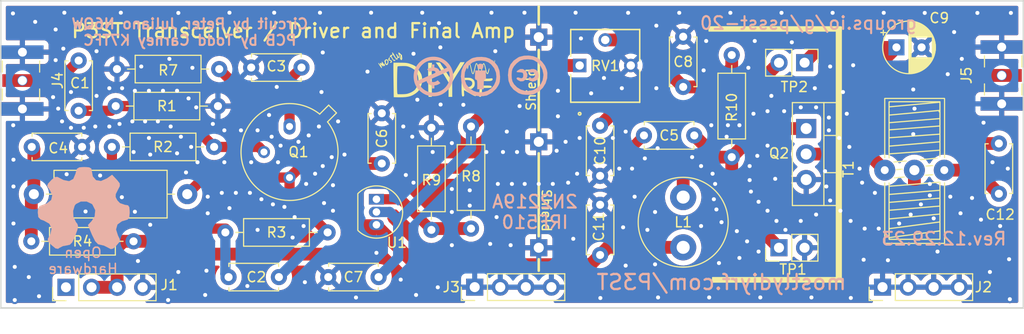
<source format=kicad_pcb>
(kicad_pcb (version 20211014) (generator pcbnew)
  (layers (0 "F.Cu" signal) (31 "B.Cu" signal) (34 "B.Paste" user) (35 "F.Paste" user) (36 "B.SilkS" user "B.Silkscreen") (37 "F.SilkS" user "F.Silkscreen") (38 "B.Mask" user) (39 "F.Mask" user) (44 "Edge.Cuts" user))
  (net 0 "")
  (net 1 "Net-(C1-Pad1)")
  (net 2 "Net-(C1-Pad2)")
  (net 3 "GND")
  (net 4 "Net-(C2-Pad1)")
  (net 5 "Net-(C2-Pad2)")
  (net 6 "Net-(C3-Pad2)")
  (net 7 "Net-(C4-Pad1)")
  (net 8 "Net-(C5-Pad1)")
  (net 9 "TX_Power")
  (net 10 "Net-(C7-Pad1)")
  (net 11 "Net-(C8-Pad1)")
  (net 12 "Net-(C9-Pad1)")
  (net 13 "Net-(C10-Pad1)")
  (net 14 "Net-(C12-Pad1)")
  (net 15 "Net-(C12-Pad2)")
  (net 17 "Net-(Q2-Pad2)")
  (net 18 "Net-(R8-Pad2)")
  (footprint "K7TFC_Passives:Resistor_Quarter_Watt_P10.16mm_Horizontal" (layer "F.Cu") (at 161.8996 93.98)
    (fp_text reference "R3")
    (fp_text value "2.7K")
  )
  (footprint "K7TFC_Passives:Ceramic_Disk_Capacitor_P5.00mm" (layer "F.Cu") (at 177.125 98.425 180)
    (fp_text reference "C7")
    (fp_text value "0.1uF")
  )
  (footprint "K7TFC_Passives:Ceramic_Disk_Capacitor_P5.00mm" (layer "F.Cu") (at 208.494 84.328 180)
    (fp_text reference "C5")
    (fp_text value "0.1uF")
  )
  (footprint "K7TFC_Passives:Ceramic_Disk_Capacitor_P5.00mm" (layer "F.Cu") (at 147.32 81.875 90)
    (fp_text reference "C1")
    (fp_text value "0.01uF" hide)
  )
  (footprint "K7TFC_Passives:Ceramic_Disk_Capacitor_P5.00mm" (layer "F.Cu") (at 207.391 79.502 90)
    (fp_text reference "C8")
    (fp_text value "0.1uF" hide)
  )
  (footprint "Connector_PinHeader_2.54mm:PinHeader_1x02_P2.54mm_Vertical" (layer "F.Cu") (at 219.456 77.089 -90)
    (fp_text reference "TP2")
    (fp_text value "Conn_01x02" hide)
  )
  (footprint "Connector_PinHeader_2.54mm:PinHeader_1x04_P2.54mm_Vertical" (layer "F.Cu") (at 146.06 99.441 90)
    (fp_text reference "J1")
    (fp_text value "Conn_01x04" hide)
  )
  (footprint "K7TFC_Passives:Resistor_Quarter_Watt_P10.16mm_Horizontal" (layer "F.Cu") (at 150.622 85.471)
    (fp_text reference "R2")
    (fp_text value "680" hide)
  )
  (footprint "K7TFC_Passives:POT_Bourns_3362P" (layer "F.Cu") (at 197.104 77.3684)
    (fp_text reference "RV1")
    (fp_text value "10K")
  )
  (footprint "K7TFC_Passives:Ceramic_Disk_Capacitor_P5.00mm" (layer "F.Cu") (at 142.661 85.471)
    (fp_text reference "C4")
    (fp_text value "0.1uF")
  )
  (footprint "K7TFC:SMA_EdgeMount_0.062_Samtec_wHoles" (layer "F.Cu") (at 239.0394 78.359 90)
    (fp_text reference "J5")
    (fp_text value "Phono_Jack_RCA" hide)
  )
  (footprint "Graphics:open-hardware_9.5mm" (layer "F.Cu") (at 147.6502 91.821)
    (fp_text reference "G***" hide)
    (fp_text value "LOGO" hide)
  )
  (footprint "Connector_PinHeader_2.54mm:PinHeader_1x01_P2.54mm_Vertical" (layer "F.Cu") (at 193.04 74.549)
    (fp_text reference "J7" hide)
    (fp_text value "Conn_01x01")
  )
  (footprint "Connector_PinHeader_2.54mm:PinHeader_1x04_P2.54mm_Vertical" (layer "F.Cu") (at 186.675 99.425 90)
    (fp_text reference "J3")
    (fp_text value "Conn_01x04")
  )
  (footprint "K7TFC_Passives:Resistor_Quarter_Watt_P10.16mm_Horizontal" (layer "F.Cu") (at 161.29 77.724 180)
    (fp_text reference "R7")
    (fp_text value "10" hide)
  )
  (footprint "K7TFC_Passives:Resistor_Quarter_Watt_P10.16mm_Horizontal" (layer "F.Cu") (at 151.003 81.407)
    (fp_text reference "R1")
    (fp_text value "2.7K" hide)
  )
  (footprint "Inductor_THT:L_Axial_L11.0mm_D4.5mm_P15.24mm_Horizontal_Fastron_MECC" (layer "F.Cu") (at 142.87 90.17)
    (fp_text reference "L2")
    (fp_text value "22uH" hide)
  )
  (footprint "K7TFC_Passives:Ceramic_Disk_Capacitor_P5.00mm" (layer "F.Cu") (at 164.465 77.5716)
    (fp_text reference "C3")
    (fp_text value "0.047uF" hide)
  )
  (footprint "Connector_PinHeader_2.54mm:PinHeader_1x02_P2.54mm_Vertical" (layer "F.Cu") (at 216.911 95.504 90)
    (fp_text reference "TP1")
    (fp_text value "Conn_01x02" hide)
  )
  (footprint "Connector_PinHeader_2.54mm:PinHeader_1x01_P2.54mm_Vertical" (layer "F.Cu") (at 193.04 95.504)
    (fp_text reference "J8" hide)
    (fp_text value "Conn_01x01")
  )
  (footprint "K7TFC_Passives:Resistor_Quarter_Watt_P10.16mm_Horizontal" (layer "F.Cu") (at 152.776 94.864 180)
    (fp_text reference "R4")
    (fp_text value "10" hide)
  )
  (footprint "Inductor_THT:L_Radial_D8.7mm_P5.00mm_Fastron_07HCP" (layer "F.Cu") (at 207.391 90.464 -90)
    (fp_text reference "L1")
    (fp_text value "22uH" hide)
  )
  (footprint "K7TFC_Passives:Ceramic_Disk_Capacitor_P5.00mm" (layer "F.Cu") (at 238.76 90.13 90)
    (fp_text reference "C12")
    (fp_text value "0.1uF" hide)
  )
  (footprint "Capacitor_THT:CP_Radial_D5.0mm_P2.50mm" (layer "F.Cu") (at 228.582776 75.565)
    (fp_text reference "C9")
    (fp_text value "220" hide)
  )
  (footprint "K7TFC_Passives:Ceramic_Disk_Capacitor_P5.00mm" (layer "F.Cu") (at 199.136 96.226 90)
    (fp_text reference "C11")
    (fp_text value "0.1uF")
  )
  (footprint "K7TFC_Passives:Ceramic_Disk_Capacitor_P5.00mm" (layer "F.Cu") (at 177.4444 87.122 90)
    (fp_text reference "C6")
    (fp_text value "0.1uF")
  )
  (footprint "K7TFC:SMA_EdgeMount_0.062_Samtec_wHoles" (layer "F.Cu") (at 141.732 78.867 -90)
    (fp_text reference "J4")
    (fp_text value "Phono_Jack_RCA" hide)
  )
  (footprint "Connector_PinHeader_2.54mm:PinHeader_1x01_P2.54mm_Vertical" (layer "F.Cu") (at 193.04 84.963)
    (fp_text reference "J6" hide)
    (fp_text value "Conn_01x01")
  )
  (footprint "K7TFC_Toroids:Toroid_Transformer_Bifilar_T50_Vertical_P2.54mm" (layer "F.Cu") (at 227.8507 87.7824 90)
    (fp_text reference "T1")
    (fp_text value "Transformer_Bifilar_CT_Toroid")
  )
  (footprint "Graphics:diyrf_12mm" (layer "F.Cu") (at 182.88 78.232)
    (fp_text reference "G***" hide)
    (fp_text value "LOGO" hide)
  )
  (footprint "Package_TO_SOT_THT:TO-220-3_Vertical" (layer "F.Cu") (at 213.1872 82.7528 -90)
    (fp_text reference "Q2")
    (fp_text value "IRF510" hide)
  )
  (footprint "K7TFC_Passives:Resistor_Quarter_Watt_P10.16mm_Horizontal" (layer "F.Cu") (at 186.309 83.439 -90)
    (fp_text reference "R8")
    (fp_text value "270")
  )
  (footprint "K7TFC_Passives:Ceramic_Disk_Capacitor_P5.00mm" (layer "F.Cu") (at 162.219 98.425)
    (fp_text reference "C2")
    (fp_text value "0.1uF")
  )
  (footprint "K7TFC_Passives:Resistor_Quarter_Watt_P10.16mm_Horizontal" (layer "F.Cu") (at 212.217 76.327 -90)
    (fp_text reference "R10")
    (fp_text value "51" hide)
  )
  (footprint "Package_TO_SOT_THT:TO-92_Inline" (layer "F.Cu") (at 176.911 90.678 -90)
    (fp_text reference "U1")
    (fp_text value "LM317L_TO92" hide)
  )
  (footprint "K7TFC_Passives:Ceramic_Disk_Capacitor_P5.00mm" (layer "F.Cu") (at 199.136 83.352 -90)
    (fp_text reference "C10")
    (fp_text value "0.1uF")
  )
  (footprint "Package_TO_SOT_THT:TO-39-3" (layer "F.Cu") (at 168.275 83.439 -90)
    (fp_text reference "Q1")
    (fp_text value "2N2219A")
  )
  (footprint "Connector_PinHeader_2.54mm:PinHeader_1x04_P2.54mm_Vertical" (layer "F.Cu") (at 227.2 99.425 90)
    (fp_text reference "J2")
    (fp_text value "Conn_01x04" hide)
  )
  (footprint "K7TFC_Passives:Resistor_Quarter_Watt_P10.16mm_Horizontal" (layer "F.Cu") (at 182.372 93.726 90)
    (fp_text reference "R9")
    (fp_text value "1K")
  )
  (footprint "Graphics:cc_logo_4mm" (layer "B.Cu") (at 191.9224 78.3336 180)
    (fp_text reference "G***" hide)
    (fp_text value "LOGO" hide)
  )
  (footprint "Graphics:cc_by_4mm" (layer "B.Cu") (at 187.2488 78.4606 180)
    (fp_text reference "G***" hide)
    (fp_text value "LOGO" hide)
  )
  (footprint "Graphics:cc_logo_no_commercial" (layer "B.Cu") (at 182.5752 78.4606 180)
    (fp_text reference "G***" hide)
    (fp_text value "LOGO" hide)
  )
  (gr_line (start 193.04 96.647) (end 193.04 97.79) (layer "F.SilkS") (width 0.254))
  (gr_line (start 193.04 86.106) (end 193.04 94.361) (layer "F.SilkS") (width 0.254))
  (gr_line (start 193.04 71.501) (end 193.04 73.279) (layer "F.SilkS") (width 0.254))
  (gr_line (start 193.04 75.819) (end 193.04 83.82) (layer "F.SilkS") (width 0.254))
  (gr_rect (start 139.58 70.925) (end 241.195 101.5) (layer "Edge.Cuts") (width 0.15) (fill none))
  (gr_text "2N2219A\nIRF510" (at 192.659 91.948) (layer "B.SilkS") (effects (font (size 1.27 1.27) (thickness 0.2032)) (justify mirror)))
  (gr_text "Open\nHardware" (at 147.7518 96.7994) (layer "B.SilkS") (effects (font (size 1 1)) (justify mirror)))
  (gr_text "groups.io/g/pssst-20" (at 219.837 73.152) (layer "B.SilkS") (effects (font (size 1.27 1.27) (thickness 0.2032)) (justify mirror)))
  (gr_text "Circuit by Peter Juliano N6QW\nPCB by Todd Carney K7TFC" (at 158.369 74.041) (layer "B.SilkS") (effects (font (size 1.016 1.016) (thickness 0.2032)) (justify mirror)))
  (gr_text "mostlydiyrf.com/P3ST" (at 211.201 98.933) (layer "B.SilkS") (effects (font (size 1.5 1.5) (thickness 0.2286)) (justify mirror)))
  (gr_text "Rev.12.29.23" (at 233.299 94.615) (layer "B.SilkS") (effects (font (size 1.27 1.27) (thickness 0.2032)) (justify mirror)))
  (gr_text "Shield" (at 193.802 91.7956 270) (layer "F.SilkS") (effects (font (size 0.9144 0.9144))))
  (gr_text "P3ST Transceiver / Driver and Final Amp" (at 168.656 73.914) (layer "F.SilkS") (effects (font (size 1.397 1.397) (thickness 0.2286))))
  (gr_text "Shield" (at 192.278 79.756 90) (layer "F.SilkS") (effects (font (size 0.9144 0.9144))))
  (segment (start 165.227 85.471) (end 165.735 85.979) (width 1.016) (layer "F.Cu") (net 1))
  (segment (start 160.782 85.471) (end 165.227 85.471) (width 1.016) (layer "F.Cu") (net 1))
  (segment (start 150.535 81.875) (end 151.003 81.407) (width 1.016) (layer "F.Cu") (net 1))
  (segment (start 156.718 81.407) (end 160.782 85.471) (width 1.016) (layer "F.Cu") (net 1))
  (segment (start 147.32 81.875) (end 150.535 81.875) (width 1.016) (layer "F.Cu") (net 1))
  (segment (start 151.003 81.407) (end 156.718 81.407) (width 1.016) (layer "F.Cu") (net 1))
  (segment (start 145.328 78.867) (end 141.532 78.867) (width 1.016) (layer "F.Cu") (net 2))
  (segment (start 147.32 76.875) (end 145.328 78.867) (width 1.016) (layer "F.Cu") (net 2))
  (via (at 204.851 85.598) (size 0.8) (drill 0.4) (layers "F.Cu" "B.Cu") (net 3))
  (via (at 194.818 85.852) (size 0.8) (drill 0.4) (layers "F.Cu" "B.Cu") (net 3))
  (via (at 195.707 84.963) (size 0.8) (drill 0.4) (layers "F.Cu" "B.Cu") (net 3))
  (via (at 239.9538 72.136) (size 0.8) (drill 0.4) (layers "F.Cu" "B.Cu") (net 3))
  (via (at 154.432 93.218) (size 0.8) (drill 0.4) (layers "F.Cu" "B.Cu") (net 3))
  (via (at 214.757 86.36) (size 0.8) (drill 0.4) (layers "F.Cu" "B.Cu") (net 3))
  (via (at 238.125 86.995) (size 0.8) (drill 0.4) (layers "F.Cu" "B.Cu") (net 3))
  (via (at 230.251 79.756) (size 0.8) (drill 0.4) (layers "F.Cu" "B.Cu") (net 3))
  (via (at 219.075 81.534) (size 0.8) (drill 0.4) (layers "F.Cu" "B.Cu") (net 3))
  (via (at 223.012 91.821) (size 0.8) (drill 0.4) (layers "F.Cu" "B.Cu") (net 3))
  (via (at 165.481 90.678) (size 0.8) (drill 0.4) (layers "F.Cu" "B.Cu") (net 3))
  (via (at 233.68 78.232) (size 0.8) (drill 0.4) (layers "F.Cu" "B.Cu") (net 3))
  (via (at 171.196 83.439) (size 0.8) (drill 0.4) (layers "F.Cu" "B.Cu") (net 3))
  (via (at 154.305 84.582) (size 0.8) (drill 0.4) (layers "F.Cu" "B.Cu") (net 3))
  (via (at 145.288 81.661) (size 0.8) (drill 0.4) (layers "F.Cu" "B.Cu") (net 3))
  (via (at 221.996 77.47) (size 0.8) (drill 0.4) (layers "F.Cu" "B.Cu") (net 3))
  (via (at 222.24 72.125) (size 0.8) (drill 0.4) (layers "F.Cu" "B.Cu") (net 3))
  (via (at 199.1614 100.5078) (size 0.8) (drill 0.4) (layers "F.Cu" "B.Cu") (net 3))
  (via (at 179.324 98.679) (size 0.8) (drill 0.4) (layers "F.Cu" "B.Cu") (net 3))
  (via (at 239.776 96.647) (size 0.8) (drill 0.4) (layers "F.Cu" "B.Cu") (net 3))
  (via (at 191.643 89.154) (size 0.8) (drill 0.4) (layers "F.Cu" "B.Cu") (net 3))
  (via (at 191.62 72.114) (size 0.8) (drill 0.4) (layers "F.Cu" "B.Cu") (net 3))
  (via (at 151.6126 90.4748) (size 0.8) (drill 0.4) (layers "F.Cu" "B.Cu") (net 3))
  (via (at 140.843 86.741) (size 0.8) (drill 0.4) (layers "F.Cu" "B.Cu") (net 3))
  (via (at 143.002 73.025) (size 0.8) (drill 0.4) (layers "F.Cu" "B.Cu") (net 3))
  (via (at 190.373 89.154) (size 0.8) (drill 0.4) (layers "F.Cu" "B.Cu") (net 3))
  (via (at 210.312 88.138) (size 0.8) (drill 0.4) (layers "F.Cu" "B.Cu") (net 3))
  (via (at 148.0058 91.8972) (size 0.8) (drill 0.4) (layers "F.Cu" "B.Cu") (net 3))
  (via (at 194.945 79.883) (size 0.8) (drill 0.4) (layers "F.Cu" "B.Cu") (net 3))
  (via (at 194.945 82.423) (size 0.8) (drill 0.4) (layers "F.Cu" "B.Cu") (net 3))
  (via (at 157.48 84.455) (size 0.8) (drill 0.4) (layers "F.Cu" "B.Cu") (net 3))
  (via (at 162.306 91.567) (size 0.8) (drill 0.4) (layers "F.Cu" "B.Cu") (net 3))
  (via (at 160.147 92.075) (size 0.8) (drill 0.4) (layers "F.Cu" "B.Cu") (net 3))
  (via (at 145.034 73.787) (size 0.8) (drill 0.4) (layers "F.Cu" "B.Cu") (net 3))
  (via (at 164.465 86.995) (size 0.8) (drill 0.4) (layers "F.Cu" "B.Cu") (net 3))
  (via (at 203.581 86.614) (size 0.8) (drill 0.4) (layers "F.Cu" "B.Cu") (net 3))
  (via (at 171.704 91.059) (size 0.8) (drill 0.4) (layers "F.Cu" "B.Cu") (net 3))
  (via (at 210.439 90.678) (size 0.8) (drill 0.4) (layers "F.Cu" "B.Cu") (net 3))
  (via (at 236.982 92.71) (size 0.8) (drill 0.4) (layers "F.Cu" "B.Cu") (net 3))
  (via (at 151.511 72.114) (size 0.8) (drill 0.4) (layers "F.Cu" "B.Cu") (net 3))
  (via (at 201.422 93.472) (size 0.8) (drill 0.4) (layers "F.Cu" "B.Cu") (net 3))
  (via (at 214.122 89.916) (size 0.8) (drill 0.4) (layers "F.Cu" "B.Cu") (net 3))
  (via (at 160.655 83.185) (size 0.8) (drill 0.4) (layers "F.Cu" "B.Cu") (net 3))
  (via (at 209.423 77.851) (size 0.8) (drill 0.4) (layers "F.Cu" "B.Cu") (net 3))
  (via (at 214.884 95.885) (size 0.8) (drill 0.4) (layers "F.Cu" "B.Cu") (net 3))
  (via (at 171.577 76.073) (size 0.8) (drill 0.4) (layers "F.Cu" "B.Cu") (net 3))
  (via (at 238.887 93.345) (size 0.8) (drill 0.4) (layers "F.Cu" "B.Cu") (net 3))
  (via (at 209.975 100.45) (size 0.8) (drill 0.4) (layers "F.Cu" "B.Cu") (net 3))
  (via (at 210.185 83.312) (size 0.8) (drill 0.4) (layers "F.Cu" "B.Cu") (net 3))
  (via (at 210.947 97.028) (size 0.8) (drill 0.4) (layers "F.Cu" "B.Cu") (net 3))
  (via (at 147.828 83.566) (size 0.8) (drill 0.4) (layers "F.Cu" "B.Cu") (net 3))
  (via (at 215.773 91.821) (size 0.8) (drill 0.4) (layers "F.Cu" "B.Cu") (net 3))
  (via (at 145.796 75.692) (size 0.8) (drill 0.4) (layers "F.Cu" "B.Cu") (net 3))
  (via (at 149.098 75.946) (size 0.8) (drill 0.4) (layers "F.Cu" "B.Cu") (net 3))
  (via (at 164.338 90.043) (size 0.8) (drill 0.4) (layers "F.Cu" "B.Cu") (net 3))
  (via (at 226.441 90.043) (size 0.8) (drill 0.4) (layers "F.Cu" "B.Cu") (net 3))
  (via (at 221.488 87.884) (size 0.8) (drill 0.4) (layers "F.Cu" "B.Cu") (net 3))
  (via (at 197.231 74.676) (size 0.8) (drill 0.4) (layers "F.Cu" "B.Cu") (net 3))
  (via (at 157.226 72.136) (size 0.8) (drill 0.4) (layers "F.Cu" "B.Cu") (net 3))
  (via (at 224.028 92.837) (size 0.8) (drill 0.4) (layers "F.Cu" "B.Cu") (net 3))
  (via (at 225.171 89.027) (size 0.8) (drill 0.4) (layers "F.Cu" "B.Cu") (net 3))
  (via (at 155.702 79.883) (size 0.8) (drill 0.4) (layers "F.Cu" "B.Cu") (net 3))
  (via (at 152.654 82.931) (size 0.8) (drill 0.4) (layers "F.Cu" "B.Cu") (net 3))
  (via (at 149.098 80.391) (size 0.8) (drill 0.4) (layers "F.Cu" "B.Cu") (net 3))
  (via (at 171.577 87.376) (size 0.8) (drill 0.4) (layers "F.Cu" "B.Cu") (net 3))
  (via (at 232.664 95.885) (size 0.8) (drill 0.4) (layers "F.Cu" "B.Cu") (net 3))
  (via (at 157.099 86.106) (size 0.8) (drill 0.4) (layers "F.Cu" "B.Cu") (net 3))
  (via (at 153.2128 96.8248) (size 0.8) (drill 0.4) (layers "F.Cu" "B.Cu") (net 3))
  (via (at 171.45 80.01) (size 0.8) (drill 0.4) (layers "F.Cu" "B.Cu") (net 3))
  (via (at 225.425 93.599) (size 0.8) (drill 0.4) (layers "F.Cu" "B.Cu") (net 3))
  (via (at 225.3234 96.6978) (size 0.8) (drill 0.4) (layers "F.Cu" "B.Cu") (net 3))
  (via (at 234.95 92.075) (size 0.8) (drill 0.4) (layers "F.Cu" "B.Cu") (net 3))
  (via (at 184.404 85.09) (size 0.8) (drill 0.4) (layers "F.Cu" "B.Cu") (net 3))
  (via (at 201.295 79.629) (size 0.8) (drill 0.4) (layers "F.Cu" "B.Cu") (net 3))
  (via (at 164.084 99.314) (size 0.8) (drill 0.4) (layers "F.Cu" "B.Cu") (net 3))
  (via (at 237.871 97.917) (size 0.8) (drill 0.4) (layers "F.Cu" "B.Cu") (net 3))
  (via (at 152.781 85.979) (size 0.8) (drill 0.4) (layers "F.Cu" "B.Cu") (net 3))
  (via (at 176.38 72.114) (size 0.8) (drill 0.4) (layers "F.Cu" "B.Cu") (net 3))
  (via (at 166.243 82.296) (size 0.8) (drill 0.4) (layers "F.Cu" "B.Cu") (net 3))
  (via (at 196.469 94.615) (size 0.8) (drill 0.4) (layers "F.Cu" "B.Cu") (net 3))
  (via (at 236.6264 72.136) (size 0.8) (drill 0.4) (layers "F.Cu" "B.Cu") (net 3))
  (via (at 140.7922 72.1868) (size 0.8) (drill 0.4) (layers "F.Cu" "B.Cu") (net 3))
  (via (at 202.565 90.424) (size 0.8) (drill 0.4) (layers "F.Cu" "B.Cu") (net 3))
  (via (at 201.676 83.947) (size 0.8) (drill 0.4) (layers "F.Cu" "B.Cu") (net 3))
  (via (at 187.833 85.979) (size 0.8) (drill 0.4) (layers "F.Cu" "B.Cu") (net 3))
  (via (at 185.547 81.28) (size 0.8) (drill 0.4) (layers "F.Cu" "B.Cu") (net 3))
  (via (at 224.917 87.63) (size 0.8) (drill 0.4) (layers "F.Cu" "B.Cu") (net 3))
  (via (at 216.154 80.391) (size 0.8) (drill 0.4) (layers "F.Cu" "B.Cu") (net 3))
  (via (at 173.101 82.931) (size 0.8) (drill 0.4) (layers "F.Cu" "B.Cu") (net 3))
  (via (at 204.724 73.406) (size 0.8) (drill 0.4) (layers "F.Cu" "B.Cu") (net 3))
  (via (at 166.497 84.455) (size 0.8) (drill 0.4) (layers "F.Cu" "B.Cu") (net 3))
  (via (at 144.78 80.518) (size 0.8) (drill 0.4) (layers "F.Cu" "B.Cu") (net 3))
  (via (at 231.394 72.136) (size 0.8) (drill 0.4) (layers "F.Cu" "B.Cu") (net 3))
  (via (at 215.773 81.915) (size 0.8) (drill 0.4) (layers "F.Cu" "B.Cu") (net 3))
  (via (at 173.736 86.233) (size 0.8) (drill 0.4) (layers "F.Cu" "B.Cu") (net 3))
  (via (at 200.406 84.582) (size 0.8) (drill 0.4) (layers "F.Cu" "B.Cu") (net 3))
  (via (at 236.093 90.551) (size 0.8) (drill 0.4) (layers "F.Cu" "B.Cu") (net 3))
  (via (at 204.597 91.948) (size 0.8) (drill 0.4) (layers "F.Cu" "B.Cu") (net 3))
  (via (at 221.869 82.55) (size 0.8) (drill 0.4) (layers "F.Cu" "B.Cu") (net 3))
  (via (at 230.378 81.661) (size 0.8) (drill 0.4) (layers "F.Cu" "B.Cu") (net 3))
  (via (at 220.472 79.629) (size 0.8) (drill 0.4) (layers "F.Cu" "B.Cu") (net 3))
  (via (at 142.367 98.425) (size 0.8) (drill 0.4) (layers "F.Cu" "B.Cu") (net 3))
  (via (at 188.722 75.946) (size 0.8) (drill 0.4) (layers "F.Cu" "B.Cu") (net 3))
  (via (at 180.594 76.2) (size 0.8) (drill 0.4) (layers "F.Cu" "B.Cu") (net 3))
  (via (at 148.971 83.439) (size 0.8) (drill 0.4) (layers "F.Cu" "B.Cu") (net 3))
  (via (at 151.638 79.629) (size 0.8) (drill 0.4) (layers "F.Cu" "B.Cu") (net 3))
  (via (at 211.836 83.312) (size 0.8) (drill 0.4) (layers "F.Cu" "B.Cu") (net 3))
  (via (at 216.662 92.837) (size 0.8) (drill 0.4) (layers "F.Cu" "B.Cu") (net 3))
  (via (at 210.693 91.694) (size 0.8) (drill 0.4) (layers "F.Cu" "B.Cu") (net 3))
  (via (at 151.384 83.185) (size 0.8) (drill 0.4) (layers "F.Cu" "B.Cu") (net 3))
  (via (at 158.242 80.645) (size 0.8) (drill 0.4) (layers "F.Cu" "B.Cu") (net 3))
  (via (at 190.246 95.25) (size 0.8) (drill 0.4) (layers "F.Cu" "B.Cu") (net 3))
  (via (at 196.85 88.138) (size 0.8) (drill 0.4) (layers "F.Cu" "B.Cu") (net 3))
  (via (at 216.535 88.646) (size 0.8) (drill 0.4) (layers "F.Cu" "B.Cu") (net 3))
  (via (at 188.214 95.123) (size 0.8) (drill 0.4) (layers "F.Cu" "B.Cu") (net 3))
  (via (at 167.767 91.44) (size 0.8) (drill 0.4) (layers "F.Cu" "B.Cu") (net 3))
  (via (at 224.05 100.5) (size 0.8) (drill 0.4) (layers "F.Cu" "B.Cu") (net 3))
  (via (at 214.503 74.93) (size 0.8) (drill 0.4) (layers "F.Cu" "B.Cu") (net 3))
  (via (at 152.908 79.883) (size 0.8) (drill 0.4) (layers "F.Cu" "B.Cu") (net 3))
  (via (at 161.798 86.995) (size 0.8) (drill 0.4) (layers "F.Cu" "B.Cu") (net 3))
  (via (at 161.798 83.82) (size 0.8) (drill 0.4) (layers "F.Cu" "B.Cu") (net 3))
  (via (at 180.594 89.027) (size 0.8) (drill 0.4) (layers "F.Cu" "B.Cu") (net 3))
  (via (at 167.005 79.502) (size 0.8) (drill 0.4) (layers "F.Cu" "B.Cu") (net 3))
  (via (at 170.18 84.328) (size 0.8) (drill 0.4) (layers "F.Cu" "B.Cu") (net 3))
  (via (at 162.306 72.114) (size 0.8) (drill 0.4) (layers "F.Cu" "B.Cu") (net 3))
  (via (at 224.282 77.343) (size 0.8) (drill 0.4) (layers "F.Cu" "B.Cu") (net 3))
  (via (at 213.995 87.376) (size 0.8) (drill 0.4) (layers "F.Cu" "B.Cu") (net 3))
  (via (at 204.597 97.155) (size 0.8) (drill 0.4) (layers "F.Cu" "B.Cu") (net 3))
  (via (at 209.677 74.93) (size 0.8) (drill 0.4) (layers "F.Cu" "B.Cu") (net 3))
  (via (at 184.404 89.662) (size 0.8) (drill 0.4) (layers "F.Cu" "B.Cu") (net 3))
  (via (at 221.615 89.408) (size 0.8) (drill 0.4) (layers "F.Cu" "B.Cu") (net 3))
  (via (at 184.404 91.948) (size 0.8) (drill 0.4) (layers "F.Cu" "B.Cu") (net 3))
  (via (at 180.975 80.772) (size 0.8) (drill 0.4) (layers "F.Cu" "B.Cu") (net 3))
  (via (at 159.893 100.203) (size 0.8) (drill 0.4) (layers "F.Cu" "B.Cu") (net 3))
  (via (at 223.901 85.471) (size 0.8) (drill 0.4) (layers "F.Cu" "B.Cu") (net 3))
  (via (at 159.004 81.534) (size 0.8) (drill 0.4) (layers "F.Cu" "B.Cu") (net 3))
  (via (at 159.131 86.995) (size 0.8) (drill 0.4) (layers "F.Cu" "B.Cu") (net 3))
  (via (at 195.961 89.027) (size 0.8) (drill 0.4) (layers "F.Cu" "B.Cu") (net 3))
  (via (at 172.593 89.281) (size 0.8) (drill 0.4) (layers "F.Cu" "B.Cu") (net 3))
  (via (at 231.013 91.186) (size 0.8) (drill 0.4) (layers "F.Cu" "B.Cu") (net 3))
  (via (at 169.164 84.963) (size 0.8) (drill 0.4) (layers "F.Cu" "B.Cu") (net 3))
  (via (at 163.449 83.82) (size 0.8) (drill 0.4) (layers "F.Cu" "B.Cu") (net 3))
  (via (at 146.558 83.566) (size 0.8) (drill 0.4) (layers "F.Cu" "B.Cu") (net 3))
  (via (at 223.647 82.169) (size 0.8) (drill 0.4) (layers "F.Cu" "B.Cu") (net 3))
  (via (at 212.979 83.312) (size 0.8) (drill 0.4) (layers "F.Cu" "B.Cu") (net 3))
  (via (at 156.464 83.439) (size 0.8) (drill 0.4) (layers "F.Cu" "B.Cu") (net 3))
  (via (at 150.368 83.439) (size 0.8) (drill 0.4) (layers "F.Cu" "B.Cu") (net 3))
  (via (at 209.169 93.345) (size 0.8) (drill 0.4) (layers "F.Cu" "B.Cu") (net 3))
  (via (at 180.848 100.203) (size 0.8) (drill 0.4) (layers "F.Cu" "B.Cu") (net 3))
  (via (at 153.924 82.931) (size 0.8) (drill 0.4) (layers "F.Cu" "B.Cu") (net 3))
  (via (at 162.941 90.043) (size 0.8) (drill 0.4) (layers "F.Cu" "B.Cu") (net 3))
  (via (at 149.4536 88.3158) (size 0.8) (drill 0.4) (layers "F.Cu" "B.Cu") (net 3))
  (via (at 143.383 100.33) (size 0.8) (drill 0.4) (layers "F.Cu" "B.Cu") (net 3))
  (via (at 207 72.125) (size 0.8) (drill 0.4) (layers "F.Cu" "B.Cu") (net 3))
  (via (at 154.432 86.233) (size 0.8) (drill 0.4) (layers "F.Cu" "B.Cu") (net 3))
  (via (at 220.135 100.45) (size 0.8) (drill 0.4) (layers "F.Cu" "B.Cu") (net 3))
  (via (at 231.902 90.297) (size 0.8) (drill 0.4) (layers "F.Cu" "B.Cu") (net 3))
  (via (at 140.8176 83.312) (size 0.8) (drill 0.4) (layers "F.Cu" "B.Cu") (net 3))
  (via (at 161.544 90.043) (size 0.8) (drill 0.4) (layers "F.Cu" "B.Cu") (net 3))
  (via (at 170.815 88.138) (size 0.8) (drill 0.4) (layers "F.Cu" "B.Cu") (net 3))
  (via (at 212.979 96.52) (size 0.8) (drill 0.4) (layers "F.Cu" "B.Cu") (net 3))
  (via (at 191.135 81.407) (size 0.8) (drill 0.4) (layers "F.Cu" "B.Cu") (net 3))
  (via (at 179.578 83.439) (size 0.8) (drill 0.4) (layers "F.Cu" "B.Cu") (net 3))
  (via (at 234.315 74.041) (size 0.8) (drill 0.4) (layers "F.Cu" "B.Cu") (net 3))
  (via (at 150.368 79.629) (size 0.8) (drill 0.4) (layers "F.Cu" "B.Cu") (net 3))
  (via (at 160.02 97.79) (size 0.8) (drill 0.4) (layers "F.Cu" "B.Cu") (net 3))
  (via (at 227.7364 96.7486) (size 0.8) (drill 0.4) (layers "F.Cu" "B.Cu") (net 3))
  (via (at 140.97 100.711) (size 0.8) (drill 0.4) (layers "F.Cu" "B.Cu") (net 3))
  (via (at 176.022 77.978) (size 0.8) (drill 0.4) (layers "F.Cu" "B.Cu") (net 3))
  (via (at 182.499 85.979) (size 0.8) (drill 0.4) (layers "F.Cu" "B.Cu") (net 3))
  (via (at 156.21 100.711) (size 0.8) (drill 0.4) (layers "F.Cu" "B.Cu") (net 3))
  (via (at 239.649 87.63) (size 0.8) (drill 0.4) (layers "F.Cu" "B.Cu") (net 3))
  (via (at 183.261 75.565) (size 0.8) (drill 0.4) (layers "F.Cu" "B.Cu") (net 3))
  (via (at 211.709 84.455) (size 0.8) (drill 0.4) (layers "F.Cu" "B.Cu") (net 3))
  (via (at 217.551 93.726) (size 0.8) (drill 0.4) (layers "F.Cu" "B.Cu") (net 3))
  (via (at 168.783 92.456) (size 0.8) (drill 0.4) (layers "F.Cu" "B.Cu") (net 3))
  (via (at 184.404 95.25) (size 0.8) (drill 0.4) (layers "F.Cu" "B.Cu") (net 3))
  (via (at 212.08 72.125) (size 0.8) (drill 0.4) (layers "F.Cu" "B.Cu") (net 3))
  (via (at 180.467 84.455) (size 0.8) (drill 0.4) (layers "F.Cu" "B.Cu") (net 3))
  (via (at 140.843 93.091) (size 0.8) (drill 0.4) (layers "F.Cu" "B.Cu") (net 3))
  (via (at 165.1 93.726) (size 0.8) (drill 0.4) (layers "F.Cu" "B.Cu") (net 3))
  (via (at 233.934 90.424) (size 0.8) (drill 0.4) (layers "F.Cu" "B.Cu") (net 3))
  (via (at 222.885 84.582) (size 0.8) (drill 0.4) (layers "F.Cu" "B.Cu") (net 3))
  (via (at 160.147 90.424) (size 0.8) (drill 0.4) (layers "F.Cu" "B.Cu") (net 3))
  (via (at 145.9 72.114) (size 0.8) (drill 0.4) (layers "F.Cu" "B.Cu") (net 3))
  (via (at 189.484 85.979) (size 0.8) (drill 0.4) (layers "F.Cu" "B.Cu") (net 3))
  (via (at 154.305 79.883) (size 0.8) (drill 0.4) (layers "F.Cu" "B.Cu") (net 3))
  (via (at 183.134 73.152) (size 0.8) (drill 0.4) (layers "F.Cu" "B.Cu") (net 3))
  (via (at 183.007 99.441) (size 0.8) (drill 0.4) (layers "F.Cu" "B.Cu") (net 3))
  (via (at 220.599 92.202) (size 0.8) (drill 0.4) (layers "F.Cu" "B.Cu") (net 3))
  (via (at 167.132 86.995) (size 0.8) (drill 0.4) (layers "F.Cu" "B.Cu") (net 3))
  (via (at 229.997 92.202) (size 0.8) (drill 0.4) (layers "F.Cu" "B.Cu") (net 3))
  (via (at 220.599 81.534) (size 0.8) (drill 0.4) (layers "F.Cu" "B.Cu") (net 3))
  (via (at 221.869 83.82) (size 0.8) (drill 0.4) (layers "F.Cu" "B.Cu") (net 3))
  (via (at 214.376 82.169) (size 0.8) (drill 0.4) (layers "F.Cu" "B.Cu") (net 3))
  (via (at 146.558 80.01) (size 0.8) (drill 0.4) (layers "F.Cu" "B.Cu") (net 3))
  (via (at 201.041 87.63) (size 0.8) (drill 0.4) (layers "F.Cu" "B.Cu") (net 3))
  (via (at 204.724 79.629) (size 0.8) (drill 0.4) (layers "F.Cu" "B.Cu") (net 3))
  (via (at 158.496 85.471) (size 0.8) (drill 0.4) (layers "F.Cu" "B.Cu") (net 3))
  (via (at 152.908 91.9226) (size 0.8) (drill 0.4) (layers "F.Cu" "B.Cu") (net 3))
  (via (at 157.099 79.883) (size 0.8) (drill 0.4) (layers "F.Cu" "B.Cu") (net 3))
  (via (at 208.28 86.487) (size 0.8) (drill 0.4) (layers "F.Cu" "B.Cu") (net 3))
  (via (at 213.995 88.773) (size 0.8) (drill 0.4) (layers "F.Cu" "B.Cu") (net 3))
  (via (at 156.337 76.708) (size 0.8) (drill 0.4) (layers "F.Cu" "B.Cu") (net 3))
  (via (at 219.075 92.837) (size 0.8) (drill 0.4) (layers "F.Cu" "B.Cu") (net 3))
  (via (at 183.2864 81.2546) (size 0.8) (drill 0.4) (layers "F.Cu" "B.Cu") (net 3))
  (via (at 203.835 93.726) (size 0.8) (drill 0.4) (layers "F.Cu" "B.Cu") (net 3))
  (via (at 201.676 97.282) (size 0.8) (drill 0.4) (layers "F.Cu" "B.Cu") (net 3))
  (via (at 197.104 84.582) (size 0.8) (drill 0.4) (layers "F.Cu" "B.Cu") (net 3))
  (via (at 186.182 91.313) (size 0.8) (drill 0.4) (layers "F.Cu" "B.Cu") (net 3))
  (via (at 212.725 93.853) (size 0.8) (drill 0.4) (layers "F.Cu" "B.Cu") (net 3))
  (via (at 235.077 76.708) (size 0.8) (drill 0.4) (layers "F.Cu" "B.Cu") (net 3))
  (via (at 239.85 100.625) (size 0.8) (drill 0.4) (layers "F.Cu" "B.Cu") (net 3))
  (via (at 140.843 89.408) (size 0.8) (drill 0.4) (layers "F.Cu" "B.Cu") (net 3))
  (via (at 198.247 80.137) (size 0.8) (drill 0.4) (layers "F.Cu" "B.Cu") (net 3))
  (via (at 145.669 82.931) (size 0.8) (drill 0.4) (layers "F.Cu" "B.Cu") (net 3))
  (via (at 174.879 100.457) (size 0.8) (drill 0.4) (layers "F.Cu" "B.Cu") (net 3))
  (via (at 230.251 84.201) (size 0.8) (drill 0.4) (layers "F.Cu" "B.Cu") (net 3))
  (via (at 221.996 90.805) (size 0.8) (drill 0.4) (layers "F.Cu" "B.Cu") (net 3))
  (via (at 145.034 76.835) (size 0.8) (drill 0.4) (layers "F.Cu" "B.Cu") (net 3))
  (via (at 166.624 91.186) (size 0.8) (drill 0.4) (layers "F.Cu" "B.Cu") (net 3))
  (via (at 202.311 87.63) (size 0.8) (drill 0.4) (layers "F.Cu" "B.Cu") (net 3))
  (via (at 167.386 85.344) (size 0.8) (drill 0.4) (layers "F.Cu" "B.Cu") (net 3))
  (via (at 210.566 89.154) (size 0.8) (drill 0.4) (layers "F.Cu" "B.Cu") (net 3))
  (via (at 188.976 89.154) (size 0.8) (drill 0.4) (layers "F.Cu" "B.Cu") (net 3))
  (via (at 227.32 72.125) (size 0.8) (drill 0.4) (layers "F.Cu" "B.Cu") (net 3))
  (via (at 199.517 78.613) (size 0.8) (drill 0.4) (layers "F.Cu" "B.Cu") (net 3))
  (via (at 169.799 98.933) (size 0.8) (drill 0.4) (layers "F.Cu" "B.Cu") (net 3))
  (via (at 237.236 83.058) (size 0.8) (drill 0.4) (layers "F.Cu" "B.Cu") (net 3))
  (via (at 165.1 83.82) (size 0.8) (drill 0.4) (layers "F.Cu" "B.Cu") (net 3))
  (via (at 211.201 92.964) (size 0.8) (drill 0.4) (layers "F.Cu" "B.Cu") (net 3))
  (via (at 172.593 91.821) (size 0.8) (drill 0.4) (layers "F.Cu" "B.Cu") (net 3))
  (via (at 155.194 82.931) (size 0.8) (drill 0.4) (layers "F.Cu" "B.Cu") (net 3))
  (via (at 153.543 77.47) (size 0.8) (drill 0.4) (layers "F.Cu" "B.Cu") (net 3))
  (via (at 232.283 92.583) (size 0.8) (drill 0.4) (layers "F.Cu" "B.Cu") (net 3))
  (via (at 169.926 89.154) (size 0.8) (drill 0.4) (layers "F.Cu" "B.Cu") (net 3))
  (via (at 186.182 89.789) (size 0.8) (drill 0.4) (layers "F.Cu" "B.Cu") (net 3))
  (via (at 172.466 86.487) (size 0.8) (drill 0.4) (layers "F.Cu" "B.Cu") (net 3))
  (via (at 228.854 93.091) (size 0.8) (drill 0.4) (layers "F.Cu" "B.Cu") (net 3))
  (via (at 181.46 72.114) (size 0.8) (drill 0.4) (layers "F.Cu" "B.Cu") (net 3))
  (via (at 213.741 94.869) (size 0.8) (drill 0.4) (layers "F.Cu" "B.Cu") (net 3))
  (via (at 140.97 97.409) (size 0.8) (drill 0.4) (layers "F.Cu" "B.Cu") (net 3))
  (via (at 176.911 96.012) (size 0.8) (drill 0.4) (layers "F.Cu" "B.Cu") (net 3))
  (via (at 217.424 81.915) (size 0.8) (drill 0.4) (layers "F.Cu" "B.Cu") (net 3))
  (via (at 190.881 85.979) (size 0.8) (drill 0.4) (layers "F.Cu" "B.Cu") (net 3))
  (via (at 193.04 89.154) (size 0.8) (drill 0.4) (layers "F.Cu" "B.Cu") (net 3))
  (via (at 157.226 97.917) (size 0.8) (drill 0.4) (layers "F.Cu" "B.Cu") (net 3))
  (via (at 189.865 83.947) (size 0.8) (drill 0.4) (layers "F.Cu" "B.Cu") (net 3))
  (via (at 194.437 89.154) (size 0.8) (drill 0.4) (layers "F.Cu" "B.Cu") (net 3))
  (via (at 158.623 77.597) (size 0.8) (drill 0.4) (layers "F.Cu" "B.Cu") (net 3))
  (via (at 217.16 72.125) (size 0.8) (drill 0.4) (layers "F.Cu" "B.Cu") (net 3))
  (via (at 226.822 93.599) (size 0.8) (drill 0.4) (layers "F.Cu" "B.Cu") (net 3))
  (via (at 169.672 93.345) (size 0.8) (drill 0.4) (layers "F.Cu" "B.Cu") (net 3))
  (via (at 157.988 88.011) (size 0.8) (drill 0.4) (layers "F.Cu" "B.Cu") (net 3))
  (via (at 215.773 85.344) (size 0.8) (drill 0.4) (layers "F.Cu" "B.Cu") (net 3))
  (via (at 196.7 72.114) (size 0.8) (drill 0.4) (layers "F.Cu" "B.Cu") (net 3))
  (via (at 215.055 100.45) (size 0.8) (drill 0.4) (layers "F.Cu" "B.Cu") (net 3))
  (via (at 218.186 75.057) (size 0.8) (drill 0.4) (layers "F.Cu" "B.Cu") (net 3))
  (via (at 213.868 77.597) (size 0.8) (drill 0.4) (layers "F.Cu" "B.Cu") (net 3))
  (via (at 223.266 80.01) (size 0.8) (drill 0.4) (layers "F.Cu" "B.Cu") (net 3))
  (via (at 209.169 87.376) (size 0.8) (drill 0.4) (layers "F.Cu" "B.Cu") (net 3))
  (via (at 146.1262 88.1888) (size 0.8) (drill 0.4) (layers "F.Cu" "B.Cu") (net 3))
  (via (at 231.902 89.154) (size 0.8) (drill 0.4) (layers "F.Cu" "B.Cu") (net 3))
  (via (at 168.5798 94.488) (size 0.8) (drill 0.4) (layers "F.Cu" "B.Cu") (net 3))
  (via (at 171.3 72.114) (size 0.8) (drill 0.4) (layers "F.Cu" "B.Cu") (net 3))
  (via (at 179.832 88.265) (size 0.8) (drill 0.4) (layers "F.Cu" "B.Cu") (net 3))
  (via (at 214.884 90.932) (size 0.8) (drill 0.4) (layers "F.Cu" "B.Cu") (net 3))
  (via (at 201.92 72.125) (size 0.8) (drill 0.4) (layers "F.Cu" "B.Cu") (net 3))
  (via (at 188.341 72.114) (size 0.8) (drill 0.4) (layers "F.Cu" "B.Cu") (net 3))
  (via (at 188.849 92.456) (size 0.8) (drill 0.4) (layers "F.Cu" "B.Cu") (net 3))
  (via (at 204.895 100.45) (size 0.8) (drill 0.4) (layers "F.Cu" "B.Cu") (net 3))
  (via (at 166.751 72.114) (size 0.8) (drill 0.4) (layers "F.Cu" "B.Cu") (net 3))
  (segment (start 150.622 87.376) (end 156.845 93.599) (width 1.016) (layer "F.Cu") (net 4))
  (segment (start 156.845 93.599) (end 161.925 93.599) (width 1.016) (layer "F.Cu") (net 4))
  (segment (start 150.622 85.471) (end 150.622 87.376) (width 1.016) (layer "F.Cu") (net 4))
  (segment (start 161.8996 93.98) (end 161.8996 98.1056) (width 1.016) (layer "B.Cu") (net 4))
  (segment (start 161.8996 98.1056) (end 162.219 98.425) (width 1.016) (layer "B.Cu") (net 4))
  (segment (start 195.199 87.63) (end 196.723 86.106) (width 1.016) (layer "F.Cu") (net 5))
  (segment (start 168.275 88.519) (end 172.212 84.582) (width 1.016) (layer "F.Cu") (net 5))
  (segment (start 178.308 84.582) (end 181.356 87.63) (width 1.016) (layer "F.Cu") (net 5))
  (segment (start 159.761 88.519) (end 158.11 90.17) (width 1.016) (layer "F.Cu") (net 5))
  (segment (start 168.275 90.1954) (end 172.0596 93.98) (width 1.016) (layer "F.Cu") (net 5))
  (segment (start 172.212 84.582) (end 178.308 84.582) (width 1.016) (layer "F.Cu") (net 5))
  (segment (start 168.275 88.519) (end 159.761 88.519) (width 1.016) (layer "F.Cu") (net 5))
  (segment (start 201.716 86.106) (end 203.494 84.328) (width 1.016) (layer "F.Cu") (net 5))
  (segment (start 196.723 86.106) (end 201.716 86.106) (width 1.016) (layer "F.Cu") (net 5))
  (segment (start 181.356 87.63) (end 195.199 87.63) (width 1.016) (layer "F.Cu") (net 5))
  (segment (start 168.275 88.519) (end 168.275 90.1954) (width 1.016) (layer "F.Cu") (net 5))
  (segment (start 172.0596 93.98) (end 171.664 93.98) (width 1.016) (layer "B.Cu") (net 5))
  (segment (start 171.664 93.98) (end 167.219 98.425) (width 1.016) (layer "B.Cu") (net 5))
  (segment (start 168.275 78.7616) (end 169.465 77.5716) (width 1.016) (layer "F.Cu") (net 6))
  (segment (start 164.176 80.61) (end 167.7574 80.61) (width 1.016) (layer "F.Cu") (net 6))
  (segment (start 168.275 83.439) (end 168.275 81.1276) (width 1.016) (layer "F.Cu") (net 6))
  (segment (start 168.275 81.1276) (end 168.275 78.7616) (width 1.016) (layer "F.Cu") (net 6))
  (segment (start 161.29 77.724) (end 164.176 80.61) (width 1.016) (layer "F.Cu") (net 6))
  (segment (start 167.7574 80.61) (end 168.275 81.1276) (width 1.016) (layer "F.Cu") (net 6))
  (segment (start 142.616 90.424) (end 142.87 90.17) (width 1.27) (layer "F.Cu") (net 7))
  (segment (start 142.87 90.17) (end 142.87 85.68) (width 1.27) (layer "F.Cu") (net 7))
  (segment (start 142.87 85.68) (end 142.661 85.471) (width 1.27) (layer "F.Cu") (net 7))
  (segment (start 142.616 94.864) (end 142.616 90.424) (width 1.27) (layer "F.Cu") (net 7))
  (segment (start 208.494 84.328) (end 210.653 86.487) (width 1.27) (layer "F.Cu") (net 8))
  (segment (start 219.6134 83.6418) (end 215.0622 83.6418) (width 1.27) (layer "F.Cu") (net 8))
  (segment (start 210.653 86.487) (end 212.217 86.487) (width 1.27) (layer "F.Cu") (net 8))
  (segment (start 215.0622 83.6418) (end 212.217 86.487) (width 1.27) (layer "F.Cu") (net 8))
  (segment (start 212.217 86.487) (end 212.217 90.81) (width 1.27) (layer "F.Cu") (net 8))
  (segment (start 212.217 90.81) (end 216.911 95.504) (width 1.27) (layer "F.Cu") (net 8))
  (segment (start 174.244 88.7476) (end 175.8696 87.122) (width 1.27) (layer "F.Cu") (net 9))
  (segment (start 152.776 94.864) (end 154.681 94.864) (width 1.27) (layer "F.Cu") (net 9))
  (segment (start 151.13 95.504) (end 151.14 95.514) (width 1.27) (layer "F.Cu") (net 9))
  (segment (start 174.08 96.139) (end 176.911 93.308) (width 1.27) (layer "F.Cu") (net 9))
  (segment (start 174.244 92.075) (end 174.244 88.7476) (width 1.27) (layer "F.Cu") (net 9))
  (segment (start 154.681 94.864) (end 155.956 96.139) (width 1.27) (layer "F.Cu") (net 9))
  (segment (start 199.136 96.226) (end 198.173 97.189) (width 1.27) (layer "F.Cu") (net 9))
  (segment (start 198.173 97.189) (end 180.792 97.189) (width 1.27) (layer "F.Cu") (net 9))
  (segment (start 176.911 93.308) (end 175.477 93.308) (width 1.27) (layer "F.Cu") (net 9))
  (segment (start 199.898 95.464) (end 199.136 96.226) (width 1.27) (layer "F.Cu") (net 9))
  (segment (start 152.776 94.864) (end 151.77 94.864) (width 1.27) (layer "F.Cu") (net 9))
  (segment (start 151.77 94.864) (end 151.13 95.504) (width 1.27) (layer "F.Cu") (net 9))
  (segment (start 180.792 97.189) (end 176.911 93.308) (width 1.27) (layer "F.Cu") (net 9))
  (segment (start 175.8696 87.122) (end 177.4444 87.122) (width 1.27) (layer "F.Cu") (net 9))
  (segment (start 151.14 95.514) (end 151.14 99.441) (width 1.27) (layer "F.Cu") (net 9))
  (segment (start 155.956 96.139) (end 174.08 96.139) (width 1.27) (layer "F.Cu") (net 9))
  (segment (start 175.477 93.308) (end 174.244 92.075) (width 1.27) (layer "F.Cu") (net 9))
  (segment (start 151.14 99.441) (end 148.6 99.441) (width 1.27) (layer "F.Cu") (net 9))
  (segment (start 207.391 95.464) (end 199.898 95.464) (width 1.27) (layer "F.Cu") (net 9))
  (segment (start 197.104 77.3684) (end 192.3796 77.3684) (width 1.27) (layer "F.Cu") (net 10))
  (segment (start 192.3796 77.3684) (end 186.309 83.439) (width 1.27) (layer "F.Cu") (net 10))
  (segment (start 179.07 92.791) (end 178.227 91.948) (width 1.016) (layer "B.Cu") (net 10))
  (segment (start 178.227 91.948) (end 176.911 91.948) (width 1.016) (layer "B.Cu") (net 10))
  (segment (start 186.309 85.552) (end 179.07 92.791) (width 1.016) (layer "B.Cu") (net 10))
  (segment (start 179.07 96.48) (end 179.07 92.791) (width 1.016) (layer "B.Cu") (net 10))
  (segment (start 177.125 98.425) (end 179.07 96.48) (width 1.016) (layer "B.Cu") (net 10))
  (segment (start 186.309 83.439) (end 186.309 85.552) (width 1.016) (layer "B.Cu") (net 10))
  (segment (start 202.7174 74.8284) (end 207.391 79.502) (width 1.27) (layer "F.Cu") (net 11))
  (segment (start 212.217 77.597) (end 210.312 79.502) (width 1.27) (layer "F.Cu") (net 11))
  (segment (start 212.217 76.327) (end 212.217 77.597) (width 1.27) (layer "F.Cu") (net 11))
  (segment (start 210.312 79.502) (end 207.391 79.502) (width 1.27) (layer "F.Cu") (net 11))
  (segment (start 199.644 74.8284) (end 202.7174 74.8284) (width 1.27) (layer "F.Cu") (net 11))
  (segment (start 225.806 86.1695) (end 227.4189 87.7824) (width 1.27) (layer "F.Cu") (net 12))
  (segment (start 220.98 75.565) (end 228.582776 75.565) (width 1.27) (layer "F.Cu") (net 12))
  (segment (start 225.806 78.341776) (end 225.806 86.1695) (width 1.27) (layer "F.Cu") (net 12))
  (segment (start 219.456 77.089) (end 220.98 75.565) (width 1.27) (layer "F.Cu") (net 12))
  (segment (start 228.582776 75.565) (end 225.806 78.341776) (width 1.27) (layer "F.Cu") (net 12))
  (segment (start 206.086 86.511081) (end 207.391 87.816081) (width 1.27) (layer "F.Cu") (net 13))
  (segment (start 206.086 83.22) (end 206.086 86.511081) (width 1.27) (layer "F.Cu") (net 13))
  (segment (start 212.344 81.661) (end 216.916 77.089) (width 1.27) (layer "F.Cu") (net 13))
  (segment (start 200.827 81.661) (end 212.344 81.661) (width 1.27) (layer "F.Cu") (net 13))
  (segment (start 207.391 87.816081) (end 207.391 90.464) (width 1.27) (layer "F.Cu") (net 13))
  (segment (start 207.645 81.661) (end 206.086 83.22) (width 1.27) (layer "F.Cu") (net 13))
  (segment (start 199.136 83.352) (end 200.827 81.661) (width 1.27) (layer "F.Cu") (net 13))
  (segment (start 233.3371 87.7824) (end 236.4124 87.7824) (width 1.27) (layer "F.Cu") (net 14))
  (segment (start 236.4124 87.7824) (end 238.76 90.13) (width 1.27) (layer "F.Cu") (net 14))
  (segment (start 236.22 78.359) (end 235.077 79.502) (width 1.27) (layer "F.Cu") (net 15))
  (segment (start 235.077 83.566) (end 236.641 85.13) (width 1.27) (layer "F.Cu") (net 15))
  (segment (start 236.641 85.13) (end 238.76 85.13) (width 1.27) (layer "F.Cu") (net 15))
  (segment (start 235.077 79.502) (end 235.077 83.566) (width 1.27) (layer "F.Cu") (net 15))
  (segment (start 239.2394 78.359) (end 236.22 78.359) (width 1.27) (layer "F.Cu") (net 15))
  (segment (start 219.6134 86.1818) (end 222.0718 86.1818) (width 1.27) (layer "F.Cu") (net 17))
  (segment (start 222.0718 86.1818) (end 223.266 87.376) (width 1.27) (layer "F.Cu") (net 17))
  (segment (start 225.425 91.821) (end 227.965 91.821) (width 1.27) (layer "F.Cu") (net 17))
  (segment (start 227.965 91.821) (end 230.3653 89.4207) (width 1.27) (layer "F.Cu") (net 17))
  (segment (start 230.3653 89.4207) (end 230.3653 87.7824) (width 1.27) (layer "F.Cu") (net 17))
  (segment (start 223.266 87.376) (end 223.266 89.662) (width 1.27) (layer "F.Cu") (net 17))
  (segment (start 223.266 89.662) (end 225.425 91.821) (width 1.27) (layer "F.Cu") (net 17))
  (segment (start 186.309 93.599) (end 182.499 93.599) (width 1.27) (layer "F.Cu") (net 18))
  (segment (start 182.499 93.599) (end 182.372 93.726) (width 1.27) (layer "F.Cu") (net 18))
  (segment (start 176.911 90.678) (end 179.324 90.678) (width 1.016) (layer "F.Cu") (net 18))
  (segment (start 179.324 90.678) (end 182.372 93.726) (width 1.016) (layer "F.Cu") (net 18))
  (zone (net 3) (net_name "GND") (layers F&B.Cu) (connect_pads (clearance 0.508)) (min_thickness 0.254) (fill yes (thermal_gap 0.508) (thermal_bridge_width 0.508))
    (polygon (pts (xy 241.046 101.346) (xy 139.7 101.346) (xy 139.7 70.993) (xy 241.046 70.993)))
  )
)
</source>
